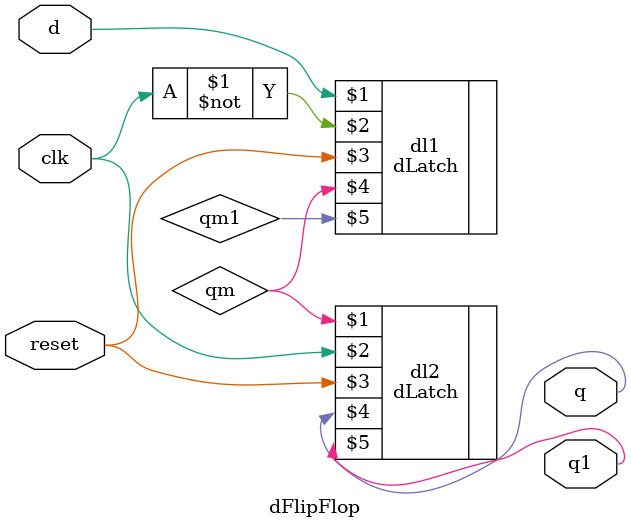
<source format=v>

`include "Dlatch.v"

module dFlipFlop(d,clk,reset,q,q1);
    input d,clk,reset;
    output q,q1;
    wire qm,qm1;
    dLatch dl1(d,~clk,reset,qm,qm1);//inputed to dlatch
    dLatch dl2(qm,clk,reset,q,q1);//inputted to dlatch
endmodule

</source>
